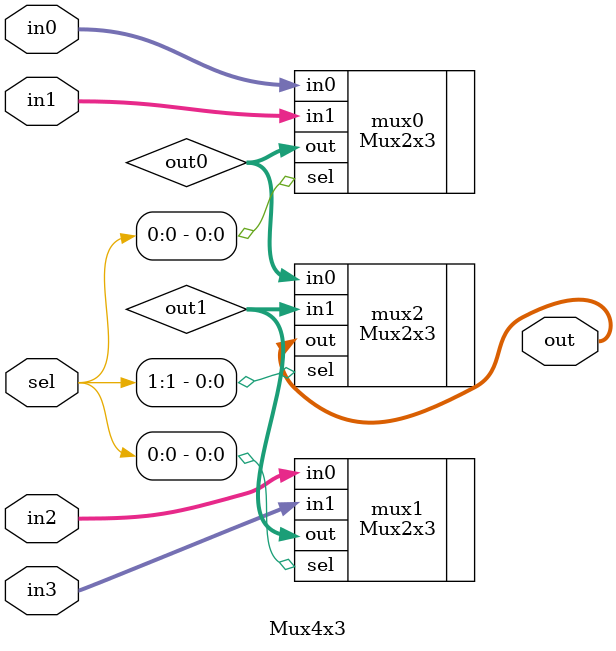
<source format=v>
/* 4 x 3-bit Multiplexor */
module Mux4x3(
    in0,
    in1,
    in2,
    in3,
    out,
    sel
);

/* Parameters */
parameter DATA_WIDTH = 3;
parameter SEL_WIDTH = 2;

/* Inputs */
input wire [DATA_WIDTH - 1 : 0] in0, in1, in2, in3;
input wire [SEL_WIDTH - 1 : 0] sel;

/* Outputs */
output wire [DATA_WIDTH - 1 : 0] out;

/* Internal Wires */
wire [DATA_WIDTH - 1 : 0] out0, out1;

/* Gate-level Combinational Design */
Mux2x3 mux0(
    .in0 (in0),
    .in1 (in1),
    .out (out0),
    .sel (sel[0])
);

Mux2x3 mux1(
    .in0 (in2),
    .in1 (in3),
    .out (out1),
    .sel (sel[0])
);

Mux2x3 mux2(
    .in0 (out0),
    .in1 (out1),
    .out (out),
    .sel (sel[1])  
);

endmodule
</source>
